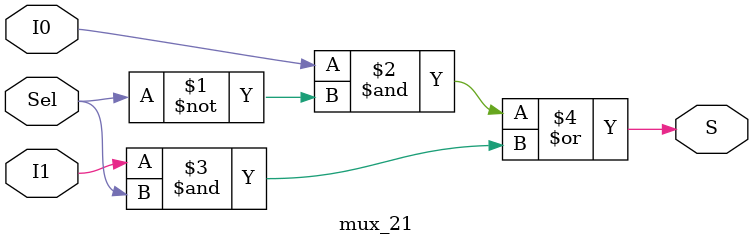
<source format=v>
/*Projeto Mux 2:1
Nome: Marina Stefane Candido Delfino
Data: 19/10/2023
*/

module mux_21 (Sel, I0, I1, S);

	input Sel, I0, I1;
	output S;
	
  assign S = (I0 & ~Sel) | (I1 & Sel);
	
endmodule

</source>
